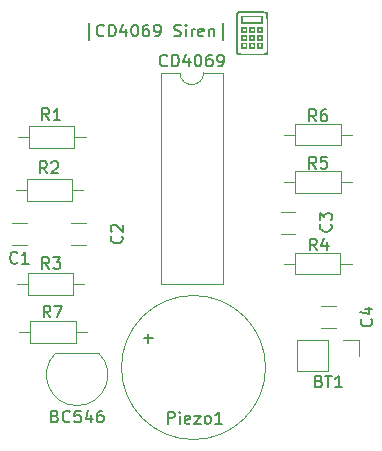
<source format=gbr>
%TF.GenerationSoftware,KiCad,Pcbnew,7.0.7*%
%TF.CreationDate,2023-10-16T17:48:26+02:00*%
%TF.ProjectId,cd4069-siren,63643430-3639-42d7-9369-72656e2e6b69,0*%
%TF.SameCoordinates,Original*%
%TF.FileFunction,Legend,Top*%
%TF.FilePolarity,Positive*%
%FSLAX46Y46*%
G04 Gerber Fmt 4.6, Leading zero omitted, Abs format (unit mm)*
G04 Created by KiCad (PCBNEW 7.0.7) date 2023-10-16 17:48:26*
%MOMM*%
%LPD*%
G01*
G04 APERTURE LIST*
%ADD10C,0.150000*%
%ADD11C,0.120000*%
G04 APERTURE END LIST*
D10*
X98674874Y-50903152D02*
X98674874Y-49474580D01*
X99960588Y-50474580D02*
X99912969Y-50522200D01*
X99912969Y-50522200D02*
X99770112Y-50569819D01*
X99770112Y-50569819D02*
X99674874Y-50569819D01*
X99674874Y-50569819D02*
X99532017Y-50522200D01*
X99532017Y-50522200D02*
X99436779Y-50426961D01*
X99436779Y-50426961D02*
X99389160Y-50331723D01*
X99389160Y-50331723D02*
X99341541Y-50141247D01*
X99341541Y-50141247D02*
X99341541Y-49998390D01*
X99341541Y-49998390D02*
X99389160Y-49807914D01*
X99389160Y-49807914D02*
X99436779Y-49712676D01*
X99436779Y-49712676D02*
X99532017Y-49617438D01*
X99532017Y-49617438D02*
X99674874Y-49569819D01*
X99674874Y-49569819D02*
X99770112Y-49569819D01*
X99770112Y-49569819D02*
X99912969Y-49617438D01*
X99912969Y-49617438D02*
X99960588Y-49665057D01*
X100389160Y-50569819D02*
X100389160Y-49569819D01*
X100389160Y-49569819D02*
X100627255Y-49569819D01*
X100627255Y-49569819D02*
X100770112Y-49617438D01*
X100770112Y-49617438D02*
X100865350Y-49712676D01*
X100865350Y-49712676D02*
X100912969Y-49807914D01*
X100912969Y-49807914D02*
X100960588Y-49998390D01*
X100960588Y-49998390D02*
X100960588Y-50141247D01*
X100960588Y-50141247D02*
X100912969Y-50331723D01*
X100912969Y-50331723D02*
X100865350Y-50426961D01*
X100865350Y-50426961D02*
X100770112Y-50522200D01*
X100770112Y-50522200D02*
X100627255Y-50569819D01*
X100627255Y-50569819D02*
X100389160Y-50569819D01*
X101817731Y-49903152D02*
X101817731Y-50569819D01*
X101579636Y-49522200D02*
X101341541Y-50236485D01*
X101341541Y-50236485D02*
X101960588Y-50236485D01*
X102532017Y-49569819D02*
X102627255Y-49569819D01*
X102627255Y-49569819D02*
X102722493Y-49617438D01*
X102722493Y-49617438D02*
X102770112Y-49665057D01*
X102770112Y-49665057D02*
X102817731Y-49760295D01*
X102817731Y-49760295D02*
X102865350Y-49950771D01*
X102865350Y-49950771D02*
X102865350Y-50188866D01*
X102865350Y-50188866D02*
X102817731Y-50379342D01*
X102817731Y-50379342D02*
X102770112Y-50474580D01*
X102770112Y-50474580D02*
X102722493Y-50522200D01*
X102722493Y-50522200D02*
X102627255Y-50569819D01*
X102627255Y-50569819D02*
X102532017Y-50569819D01*
X102532017Y-50569819D02*
X102436779Y-50522200D01*
X102436779Y-50522200D02*
X102389160Y-50474580D01*
X102389160Y-50474580D02*
X102341541Y-50379342D01*
X102341541Y-50379342D02*
X102293922Y-50188866D01*
X102293922Y-50188866D02*
X102293922Y-49950771D01*
X102293922Y-49950771D02*
X102341541Y-49760295D01*
X102341541Y-49760295D02*
X102389160Y-49665057D01*
X102389160Y-49665057D02*
X102436779Y-49617438D01*
X102436779Y-49617438D02*
X102532017Y-49569819D01*
X103722493Y-49569819D02*
X103532017Y-49569819D01*
X103532017Y-49569819D02*
X103436779Y-49617438D01*
X103436779Y-49617438D02*
X103389160Y-49665057D01*
X103389160Y-49665057D02*
X103293922Y-49807914D01*
X103293922Y-49807914D02*
X103246303Y-49998390D01*
X103246303Y-49998390D02*
X103246303Y-50379342D01*
X103246303Y-50379342D02*
X103293922Y-50474580D01*
X103293922Y-50474580D02*
X103341541Y-50522200D01*
X103341541Y-50522200D02*
X103436779Y-50569819D01*
X103436779Y-50569819D02*
X103627255Y-50569819D01*
X103627255Y-50569819D02*
X103722493Y-50522200D01*
X103722493Y-50522200D02*
X103770112Y-50474580D01*
X103770112Y-50474580D02*
X103817731Y-50379342D01*
X103817731Y-50379342D02*
X103817731Y-50141247D01*
X103817731Y-50141247D02*
X103770112Y-50046009D01*
X103770112Y-50046009D02*
X103722493Y-49998390D01*
X103722493Y-49998390D02*
X103627255Y-49950771D01*
X103627255Y-49950771D02*
X103436779Y-49950771D01*
X103436779Y-49950771D02*
X103341541Y-49998390D01*
X103341541Y-49998390D02*
X103293922Y-50046009D01*
X103293922Y-50046009D02*
X103246303Y-50141247D01*
X104293922Y-50569819D02*
X104484398Y-50569819D01*
X104484398Y-50569819D02*
X104579636Y-50522200D01*
X104579636Y-50522200D02*
X104627255Y-50474580D01*
X104627255Y-50474580D02*
X104722493Y-50331723D01*
X104722493Y-50331723D02*
X104770112Y-50141247D01*
X104770112Y-50141247D02*
X104770112Y-49760295D01*
X104770112Y-49760295D02*
X104722493Y-49665057D01*
X104722493Y-49665057D02*
X104674874Y-49617438D01*
X104674874Y-49617438D02*
X104579636Y-49569819D01*
X104579636Y-49569819D02*
X104389160Y-49569819D01*
X104389160Y-49569819D02*
X104293922Y-49617438D01*
X104293922Y-49617438D02*
X104246303Y-49665057D01*
X104246303Y-49665057D02*
X104198684Y-49760295D01*
X104198684Y-49760295D02*
X104198684Y-49998390D01*
X104198684Y-49998390D02*
X104246303Y-50093628D01*
X104246303Y-50093628D02*
X104293922Y-50141247D01*
X104293922Y-50141247D02*
X104389160Y-50188866D01*
X104389160Y-50188866D02*
X104579636Y-50188866D01*
X104579636Y-50188866D02*
X104674874Y-50141247D01*
X104674874Y-50141247D02*
X104722493Y-50093628D01*
X104722493Y-50093628D02*
X104770112Y-49998390D01*
X105912970Y-50522200D02*
X106055827Y-50569819D01*
X106055827Y-50569819D02*
X106293922Y-50569819D01*
X106293922Y-50569819D02*
X106389160Y-50522200D01*
X106389160Y-50522200D02*
X106436779Y-50474580D01*
X106436779Y-50474580D02*
X106484398Y-50379342D01*
X106484398Y-50379342D02*
X106484398Y-50284104D01*
X106484398Y-50284104D02*
X106436779Y-50188866D01*
X106436779Y-50188866D02*
X106389160Y-50141247D01*
X106389160Y-50141247D02*
X106293922Y-50093628D01*
X106293922Y-50093628D02*
X106103446Y-50046009D01*
X106103446Y-50046009D02*
X106008208Y-49998390D01*
X106008208Y-49998390D02*
X105960589Y-49950771D01*
X105960589Y-49950771D02*
X105912970Y-49855533D01*
X105912970Y-49855533D02*
X105912970Y-49760295D01*
X105912970Y-49760295D02*
X105960589Y-49665057D01*
X105960589Y-49665057D02*
X106008208Y-49617438D01*
X106008208Y-49617438D02*
X106103446Y-49569819D01*
X106103446Y-49569819D02*
X106341541Y-49569819D01*
X106341541Y-49569819D02*
X106484398Y-49617438D01*
X106912970Y-50569819D02*
X106912970Y-49903152D01*
X106912970Y-49569819D02*
X106865351Y-49617438D01*
X106865351Y-49617438D02*
X106912970Y-49665057D01*
X106912970Y-49665057D02*
X106960589Y-49617438D01*
X106960589Y-49617438D02*
X106912970Y-49569819D01*
X106912970Y-49569819D02*
X106912970Y-49665057D01*
X107389160Y-50569819D02*
X107389160Y-49903152D01*
X107389160Y-50093628D02*
X107436779Y-49998390D01*
X107436779Y-49998390D02*
X107484398Y-49950771D01*
X107484398Y-49950771D02*
X107579636Y-49903152D01*
X107579636Y-49903152D02*
X107674874Y-49903152D01*
X108389160Y-50522200D02*
X108293922Y-50569819D01*
X108293922Y-50569819D02*
X108103446Y-50569819D01*
X108103446Y-50569819D02*
X108008208Y-50522200D01*
X108008208Y-50522200D02*
X107960589Y-50426961D01*
X107960589Y-50426961D02*
X107960589Y-50046009D01*
X107960589Y-50046009D02*
X108008208Y-49950771D01*
X108008208Y-49950771D02*
X108103446Y-49903152D01*
X108103446Y-49903152D02*
X108293922Y-49903152D01*
X108293922Y-49903152D02*
X108389160Y-49950771D01*
X108389160Y-49950771D02*
X108436779Y-50046009D01*
X108436779Y-50046009D02*
X108436779Y-50141247D01*
X108436779Y-50141247D02*
X107960589Y-50236485D01*
X108865351Y-49903152D02*
X108865351Y-50569819D01*
X108865351Y-49998390D02*
X108912970Y-49950771D01*
X108912970Y-49950771D02*
X109008208Y-49903152D01*
X109008208Y-49903152D02*
X109151065Y-49903152D01*
X109151065Y-49903152D02*
X109246303Y-49950771D01*
X109246303Y-49950771D02*
X109293922Y-50046009D01*
X109293922Y-50046009D02*
X109293922Y-50569819D01*
X110008208Y-50903152D02*
X110008208Y-49474580D01*
X92633333Y-69709580D02*
X92585714Y-69757200D01*
X92585714Y-69757200D02*
X92442857Y-69804819D01*
X92442857Y-69804819D02*
X92347619Y-69804819D01*
X92347619Y-69804819D02*
X92204762Y-69757200D01*
X92204762Y-69757200D02*
X92109524Y-69661961D01*
X92109524Y-69661961D02*
X92061905Y-69566723D01*
X92061905Y-69566723D02*
X92014286Y-69376247D01*
X92014286Y-69376247D02*
X92014286Y-69233390D01*
X92014286Y-69233390D02*
X92061905Y-69042914D01*
X92061905Y-69042914D02*
X92109524Y-68947676D01*
X92109524Y-68947676D02*
X92204762Y-68852438D01*
X92204762Y-68852438D02*
X92347619Y-68804819D01*
X92347619Y-68804819D02*
X92442857Y-68804819D01*
X92442857Y-68804819D02*
X92585714Y-68852438D01*
X92585714Y-68852438D02*
X92633333Y-68900057D01*
X93585714Y-69804819D02*
X93014286Y-69804819D01*
X93300000Y-69804819D02*
X93300000Y-68804819D01*
X93300000Y-68804819D02*
X93204762Y-68947676D01*
X93204762Y-68947676D02*
X93109524Y-69042914D01*
X93109524Y-69042914D02*
X93014286Y-69090533D01*
X117933333Y-57754819D02*
X117600000Y-57278628D01*
X117361905Y-57754819D02*
X117361905Y-56754819D01*
X117361905Y-56754819D02*
X117742857Y-56754819D01*
X117742857Y-56754819D02*
X117838095Y-56802438D01*
X117838095Y-56802438D02*
X117885714Y-56850057D01*
X117885714Y-56850057D02*
X117933333Y-56945295D01*
X117933333Y-56945295D02*
X117933333Y-57088152D01*
X117933333Y-57088152D02*
X117885714Y-57183390D01*
X117885714Y-57183390D02*
X117838095Y-57231009D01*
X117838095Y-57231009D02*
X117742857Y-57278628D01*
X117742857Y-57278628D02*
X117361905Y-57278628D01*
X118790476Y-56754819D02*
X118600000Y-56754819D01*
X118600000Y-56754819D02*
X118504762Y-56802438D01*
X118504762Y-56802438D02*
X118457143Y-56850057D01*
X118457143Y-56850057D02*
X118361905Y-56992914D01*
X118361905Y-56992914D02*
X118314286Y-57183390D01*
X118314286Y-57183390D02*
X118314286Y-57564342D01*
X118314286Y-57564342D02*
X118361905Y-57659580D01*
X118361905Y-57659580D02*
X118409524Y-57707200D01*
X118409524Y-57707200D02*
X118504762Y-57754819D01*
X118504762Y-57754819D02*
X118695238Y-57754819D01*
X118695238Y-57754819D02*
X118790476Y-57707200D01*
X118790476Y-57707200D02*
X118838095Y-57659580D01*
X118838095Y-57659580D02*
X118885714Y-57564342D01*
X118885714Y-57564342D02*
X118885714Y-57326247D01*
X118885714Y-57326247D02*
X118838095Y-57231009D01*
X118838095Y-57231009D02*
X118790476Y-57183390D01*
X118790476Y-57183390D02*
X118695238Y-57135771D01*
X118695238Y-57135771D02*
X118504762Y-57135771D01*
X118504762Y-57135771D02*
X118409524Y-57183390D01*
X118409524Y-57183390D02*
X118361905Y-57231009D01*
X118361905Y-57231009D02*
X118314286Y-57326247D01*
X118164285Y-79756009D02*
X118307142Y-79803628D01*
X118307142Y-79803628D02*
X118354761Y-79851247D01*
X118354761Y-79851247D02*
X118402380Y-79946485D01*
X118402380Y-79946485D02*
X118402380Y-80089342D01*
X118402380Y-80089342D02*
X118354761Y-80184580D01*
X118354761Y-80184580D02*
X118307142Y-80232200D01*
X118307142Y-80232200D02*
X118211904Y-80279819D01*
X118211904Y-80279819D02*
X117830952Y-80279819D01*
X117830952Y-80279819D02*
X117830952Y-79279819D01*
X117830952Y-79279819D02*
X118164285Y-79279819D01*
X118164285Y-79279819D02*
X118259523Y-79327438D01*
X118259523Y-79327438D02*
X118307142Y-79375057D01*
X118307142Y-79375057D02*
X118354761Y-79470295D01*
X118354761Y-79470295D02*
X118354761Y-79565533D01*
X118354761Y-79565533D02*
X118307142Y-79660771D01*
X118307142Y-79660771D02*
X118259523Y-79708390D01*
X118259523Y-79708390D02*
X118164285Y-79756009D01*
X118164285Y-79756009D02*
X117830952Y-79756009D01*
X118688095Y-79279819D02*
X119259523Y-79279819D01*
X118973809Y-80279819D02*
X118973809Y-79279819D01*
X120116666Y-80279819D02*
X119545238Y-80279819D01*
X119830952Y-80279819D02*
X119830952Y-79279819D01*
X119830952Y-79279819D02*
X119735714Y-79422676D01*
X119735714Y-79422676D02*
X119640476Y-79517914D01*
X119640476Y-79517914D02*
X119545238Y-79565533D01*
X95333333Y-70254819D02*
X95000000Y-69778628D01*
X94761905Y-70254819D02*
X94761905Y-69254819D01*
X94761905Y-69254819D02*
X95142857Y-69254819D01*
X95142857Y-69254819D02*
X95238095Y-69302438D01*
X95238095Y-69302438D02*
X95285714Y-69350057D01*
X95285714Y-69350057D02*
X95333333Y-69445295D01*
X95333333Y-69445295D02*
X95333333Y-69588152D01*
X95333333Y-69588152D02*
X95285714Y-69683390D01*
X95285714Y-69683390D02*
X95238095Y-69731009D01*
X95238095Y-69731009D02*
X95142857Y-69778628D01*
X95142857Y-69778628D02*
X94761905Y-69778628D01*
X95666667Y-69254819D02*
X96285714Y-69254819D01*
X96285714Y-69254819D02*
X95952381Y-69635771D01*
X95952381Y-69635771D02*
X96095238Y-69635771D01*
X96095238Y-69635771D02*
X96190476Y-69683390D01*
X96190476Y-69683390D02*
X96238095Y-69731009D01*
X96238095Y-69731009D02*
X96285714Y-69826247D01*
X96285714Y-69826247D02*
X96285714Y-70064342D01*
X96285714Y-70064342D02*
X96238095Y-70159580D01*
X96238095Y-70159580D02*
X96190476Y-70207200D01*
X96190476Y-70207200D02*
X96095238Y-70254819D01*
X96095238Y-70254819D02*
X95809524Y-70254819D01*
X95809524Y-70254819D02*
X95714286Y-70207200D01*
X95714286Y-70207200D02*
X95666667Y-70159580D01*
X119159580Y-66466666D02*
X119207200Y-66514285D01*
X119207200Y-66514285D02*
X119254819Y-66657142D01*
X119254819Y-66657142D02*
X119254819Y-66752380D01*
X119254819Y-66752380D02*
X119207200Y-66895237D01*
X119207200Y-66895237D02*
X119111961Y-66990475D01*
X119111961Y-66990475D02*
X119016723Y-67038094D01*
X119016723Y-67038094D02*
X118826247Y-67085713D01*
X118826247Y-67085713D02*
X118683390Y-67085713D01*
X118683390Y-67085713D02*
X118492914Y-67038094D01*
X118492914Y-67038094D02*
X118397676Y-66990475D01*
X118397676Y-66990475D02*
X118302438Y-66895237D01*
X118302438Y-66895237D02*
X118254819Y-66752380D01*
X118254819Y-66752380D02*
X118254819Y-66657142D01*
X118254819Y-66657142D02*
X118302438Y-66514285D01*
X118302438Y-66514285D02*
X118350057Y-66466666D01*
X118254819Y-66133332D02*
X118254819Y-65514285D01*
X118254819Y-65514285D02*
X118635771Y-65847618D01*
X118635771Y-65847618D02*
X118635771Y-65704761D01*
X118635771Y-65704761D02*
X118683390Y-65609523D01*
X118683390Y-65609523D02*
X118731009Y-65561904D01*
X118731009Y-65561904D02*
X118826247Y-65514285D01*
X118826247Y-65514285D02*
X119064342Y-65514285D01*
X119064342Y-65514285D02*
X119159580Y-65561904D01*
X119159580Y-65561904D02*
X119207200Y-65609523D01*
X119207200Y-65609523D02*
X119254819Y-65704761D01*
X119254819Y-65704761D02*
X119254819Y-65990475D01*
X119254819Y-65990475D02*
X119207200Y-66085713D01*
X119207200Y-66085713D02*
X119159580Y-66133332D01*
X118003333Y-68679819D02*
X117670000Y-68203628D01*
X117431905Y-68679819D02*
X117431905Y-67679819D01*
X117431905Y-67679819D02*
X117812857Y-67679819D01*
X117812857Y-67679819D02*
X117908095Y-67727438D01*
X117908095Y-67727438D02*
X117955714Y-67775057D01*
X117955714Y-67775057D02*
X118003333Y-67870295D01*
X118003333Y-67870295D02*
X118003333Y-68013152D01*
X118003333Y-68013152D02*
X117955714Y-68108390D01*
X117955714Y-68108390D02*
X117908095Y-68156009D01*
X117908095Y-68156009D02*
X117812857Y-68203628D01*
X117812857Y-68203628D02*
X117431905Y-68203628D01*
X118860476Y-68013152D02*
X118860476Y-68679819D01*
X118622381Y-67632200D02*
X118384286Y-68346485D01*
X118384286Y-68346485D02*
X119003333Y-68346485D01*
X122609580Y-74491666D02*
X122657200Y-74539285D01*
X122657200Y-74539285D02*
X122704819Y-74682142D01*
X122704819Y-74682142D02*
X122704819Y-74777380D01*
X122704819Y-74777380D02*
X122657200Y-74920237D01*
X122657200Y-74920237D02*
X122561961Y-75015475D01*
X122561961Y-75015475D02*
X122466723Y-75063094D01*
X122466723Y-75063094D02*
X122276247Y-75110713D01*
X122276247Y-75110713D02*
X122133390Y-75110713D01*
X122133390Y-75110713D02*
X121942914Y-75063094D01*
X121942914Y-75063094D02*
X121847676Y-75015475D01*
X121847676Y-75015475D02*
X121752438Y-74920237D01*
X121752438Y-74920237D02*
X121704819Y-74777380D01*
X121704819Y-74777380D02*
X121704819Y-74682142D01*
X121704819Y-74682142D02*
X121752438Y-74539285D01*
X121752438Y-74539285D02*
X121800057Y-74491666D01*
X122038152Y-73634523D02*
X122704819Y-73634523D01*
X121657200Y-73872618D02*
X122371485Y-74110713D01*
X122371485Y-74110713D02*
X122371485Y-73491666D01*
X95133333Y-62154819D02*
X94800000Y-61678628D01*
X94561905Y-62154819D02*
X94561905Y-61154819D01*
X94561905Y-61154819D02*
X94942857Y-61154819D01*
X94942857Y-61154819D02*
X95038095Y-61202438D01*
X95038095Y-61202438D02*
X95085714Y-61250057D01*
X95085714Y-61250057D02*
X95133333Y-61345295D01*
X95133333Y-61345295D02*
X95133333Y-61488152D01*
X95133333Y-61488152D02*
X95085714Y-61583390D01*
X95085714Y-61583390D02*
X95038095Y-61631009D01*
X95038095Y-61631009D02*
X94942857Y-61678628D01*
X94942857Y-61678628D02*
X94561905Y-61678628D01*
X95514286Y-61250057D02*
X95561905Y-61202438D01*
X95561905Y-61202438D02*
X95657143Y-61154819D01*
X95657143Y-61154819D02*
X95895238Y-61154819D01*
X95895238Y-61154819D02*
X95990476Y-61202438D01*
X95990476Y-61202438D02*
X96038095Y-61250057D01*
X96038095Y-61250057D02*
X96085714Y-61345295D01*
X96085714Y-61345295D02*
X96085714Y-61440533D01*
X96085714Y-61440533D02*
X96038095Y-61583390D01*
X96038095Y-61583390D02*
X95466667Y-62154819D01*
X95466667Y-62154819D02*
X96085714Y-62154819D01*
X117933333Y-61754819D02*
X117600000Y-61278628D01*
X117361905Y-61754819D02*
X117361905Y-60754819D01*
X117361905Y-60754819D02*
X117742857Y-60754819D01*
X117742857Y-60754819D02*
X117838095Y-60802438D01*
X117838095Y-60802438D02*
X117885714Y-60850057D01*
X117885714Y-60850057D02*
X117933333Y-60945295D01*
X117933333Y-60945295D02*
X117933333Y-61088152D01*
X117933333Y-61088152D02*
X117885714Y-61183390D01*
X117885714Y-61183390D02*
X117838095Y-61231009D01*
X117838095Y-61231009D02*
X117742857Y-61278628D01*
X117742857Y-61278628D02*
X117361905Y-61278628D01*
X118838095Y-60754819D02*
X118361905Y-60754819D01*
X118361905Y-60754819D02*
X118314286Y-61231009D01*
X118314286Y-61231009D02*
X118361905Y-61183390D01*
X118361905Y-61183390D02*
X118457143Y-61135771D01*
X118457143Y-61135771D02*
X118695238Y-61135771D01*
X118695238Y-61135771D02*
X118790476Y-61183390D01*
X118790476Y-61183390D02*
X118838095Y-61231009D01*
X118838095Y-61231009D02*
X118885714Y-61326247D01*
X118885714Y-61326247D02*
X118885714Y-61564342D01*
X118885714Y-61564342D02*
X118838095Y-61659580D01*
X118838095Y-61659580D02*
X118790476Y-61707200D01*
X118790476Y-61707200D02*
X118695238Y-61754819D01*
X118695238Y-61754819D02*
X118457143Y-61754819D01*
X118457143Y-61754819D02*
X118361905Y-61707200D01*
X118361905Y-61707200D02*
X118314286Y-61659580D01*
X105314761Y-53004580D02*
X105267142Y-53052200D01*
X105267142Y-53052200D02*
X105124285Y-53099819D01*
X105124285Y-53099819D02*
X105029047Y-53099819D01*
X105029047Y-53099819D02*
X104886190Y-53052200D01*
X104886190Y-53052200D02*
X104790952Y-52956961D01*
X104790952Y-52956961D02*
X104743333Y-52861723D01*
X104743333Y-52861723D02*
X104695714Y-52671247D01*
X104695714Y-52671247D02*
X104695714Y-52528390D01*
X104695714Y-52528390D02*
X104743333Y-52337914D01*
X104743333Y-52337914D02*
X104790952Y-52242676D01*
X104790952Y-52242676D02*
X104886190Y-52147438D01*
X104886190Y-52147438D02*
X105029047Y-52099819D01*
X105029047Y-52099819D02*
X105124285Y-52099819D01*
X105124285Y-52099819D02*
X105267142Y-52147438D01*
X105267142Y-52147438D02*
X105314761Y-52195057D01*
X105743333Y-53099819D02*
X105743333Y-52099819D01*
X105743333Y-52099819D02*
X105981428Y-52099819D01*
X105981428Y-52099819D02*
X106124285Y-52147438D01*
X106124285Y-52147438D02*
X106219523Y-52242676D01*
X106219523Y-52242676D02*
X106267142Y-52337914D01*
X106267142Y-52337914D02*
X106314761Y-52528390D01*
X106314761Y-52528390D02*
X106314761Y-52671247D01*
X106314761Y-52671247D02*
X106267142Y-52861723D01*
X106267142Y-52861723D02*
X106219523Y-52956961D01*
X106219523Y-52956961D02*
X106124285Y-53052200D01*
X106124285Y-53052200D02*
X105981428Y-53099819D01*
X105981428Y-53099819D02*
X105743333Y-53099819D01*
X107171904Y-52433152D02*
X107171904Y-53099819D01*
X106933809Y-52052200D02*
X106695714Y-52766485D01*
X106695714Y-52766485D02*
X107314761Y-52766485D01*
X107886190Y-52099819D02*
X107981428Y-52099819D01*
X107981428Y-52099819D02*
X108076666Y-52147438D01*
X108076666Y-52147438D02*
X108124285Y-52195057D01*
X108124285Y-52195057D02*
X108171904Y-52290295D01*
X108171904Y-52290295D02*
X108219523Y-52480771D01*
X108219523Y-52480771D02*
X108219523Y-52718866D01*
X108219523Y-52718866D02*
X108171904Y-52909342D01*
X108171904Y-52909342D02*
X108124285Y-53004580D01*
X108124285Y-53004580D02*
X108076666Y-53052200D01*
X108076666Y-53052200D02*
X107981428Y-53099819D01*
X107981428Y-53099819D02*
X107886190Y-53099819D01*
X107886190Y-53099819D02*
X107790952Y-53052200D01*
X107790952Y-53052200D02*
X107743333Y-53004580D01*
X107743333Y-53004580D02*
X107695714Y-52909342D01*
X107695714Y-52909342D02*
X107648095Y-52718866D01*
X107648095Y-52718866D02*
X107648095Y-52480771D01*
X107648095Y-52480771D02*
X107695714Y-52290295D01*
X107695714Y-52290295D02*
X107743333Y-52195057D01*
X107743333Y-52195057D02*
X107790952Y-52147438D01*
X107790952Y-52147438D02*
X107886190Y-52099819D01*
X109076666Y-52099819D02*
X108886190Y-52099819D01*
X108886190Y-52099819D02*
X108790952Y-52147438D01*
X108790952Y-52147438D02*
X108743333Y-52195057D01*
X108743333Y-52195057D02*
X108648095Y-52337914D01*
X108648095Y-52337914D02*
X108600476Y-52528390D01*
X108600476Y-52528390D02*
X108600476Y-52909342D01*
X108600476Y-52909342D02*
X108648095Y-53004580D01*
X108648095Y-53004580D02*
X108695714Y-53052200D01*
X108695714Y-53052200D02*
X108790952Y-53099819D01*
X108790952Y-53099819D02*
X108981428Y-53099819D01*
X108981428Y-53099819D02*
X109076666Y-53052200D01*
X109076666Y-53052200D02*
X109124285Y-53004580D01*
X109124285Y-53004580D02*
X109171904Y-52909342D01*
X109171904Y-52909342D02*
X109171904Y-52671247D01*
X109171904Y-52671247D02*
X109124285Y-52576009D01*
X109124285Y-52576009D02*
X109076666Y-52528390D01*
X109076666Y-52528390D02*
X108981428Y-52480771D01*
X108981428Y-52480771D02*
X108790952Y-52480771D01*
X108790952Y-52480771D02*
X108695714Y-52528390D01*
X108695714Y-52528390D02*
X108648095Y-52576009D01*
X108648095Y-52576009D02*
X108600476Y-52671247D01*
X109648095Y-53099819D02*
X109838571Y-53099819D01*
X109838571Y-53099819D02*
X109933809Y-53052200D01*
X109933809Y-53052200D02*
X109981428Y-53004580D01*
X109981428Y-53004580D02*
X110076666Y-52861723D01*
X110076666Y-52861723D02*
X110124285Y-52671247D01*
X110124285Y-52671247D02*
X110124285Y-52290295D01*
X110124285Y-52290295D02*
X110076666Y-52195057D01*
X110076666Y-52195057D02*
X110029047Y-52147438D01*
X110029047Y-52147438D02*
X109933809Y-52099819D01*
X109933809Y-52099819D02*
X109743333Y-52099819D01*
X109743333Y-52099819D02*
X109648095Y-52147438D01*
X109648095Y-52147438D02*
X109600476Y-52195057D01*
X109600476Y-52195057D02*
X109552857Y-52290295D01*
X109552857Y-52290295D02*
X109552857Y-52528390D01*
X109552857Y-52528390D02*
X109600476Y-52623628D01*
X109600476Y-52623628D02*
X109648095Y-52671247D01*
X109648095Y-52671247D02*
X109743333Y-52718866D01*
X109743333Y-52718866D02*
X109933809Y-52718866D01*
X109933809Y-52718866D02*
X110029047Y-52671247D01*
X110029047Y-52671247D02*
X110076666Y-52623628D01*
X110076666Y-52623628D02*
X110124285Y-52528390D01*
X95433333Y-74354819D02*
X95100000Y-73878628D01*
X94861905Y-74354819D02*
X94861905Y-73354819D01*
X94861905Y-73354819D02*
X95242857Y-73354819D01*
X95242857Y-73354819D02*
X95338095Y-73402438D01*
X95338095Y-73402438D02*
X95385714Y-73450057D01*
X95385714Y-73450057D02*
X95433333Y-73545295D01*
X95433333Y-73545295D02*
X95433333Y-73688152D01*
X95433333Y-73688152D02*
X95385714Y-73783390D01*
X95385714Y-73783390D02*
X95338095Y-73831009D01*
X95338095Y-73831009D02*
X95242857Y-73878628D01*
X95242857Y-73878628D02*
X94861905Y-73878628D01*
X95766667Y-73354819D02*
X96433333Y-73354819D01*
X96433333Y-73354819D02*
X96004762Y-74354819D01*
X101459580Y-67466666D02*
X101507200Y-67514285D01*
X101507200Y-67514285D02*
X101554819Y-67657142D01*
X101554819Y-67657142D02*
X101554819Y-67752380D01*
X101554819Y-67752380D02*
X101507200Y-67895237D01*
X101507200Y-67895237D02*
X101411961Y-67990475D01*
X101411961Y-67990475D02*
X101316723Y-68038094D01*
X101316723Y-68038094D02*
X101126247Y-68085713D01*
X101126247Y-68085713D02*
X100983390Y-68085713D01*
X100983390Y-68085713D02*
X100792914Y-68038094D01*
X100792914Y-68038094D02*
X100697676Y-67990475D01*
X100697676Y-67990475D02*
X100602438Y-67895237D01*
X100602438Y-67895237D02*
X100554819Y-67752380D01*
X100554819Y-67752380D02*
X100554819Y-67657142D01*
X100554819Y-67657142D02*
X100602438Y-67514285D01*
X100602438Y-67514285D02*
X100650057Y-67466666D01*
X100650057Y-67085713D02*
X100602438Y-67038094D01*
X100602438Y-67038094D02*
X100554819Y-66942856D01*
X100554819Y-66942856D02*
X100554819Y-66704761D01*
X100554819Y-66704761D02*
X100602438Y-66609523D01*
X100602438Y-66609523D02*
X100650057Y-66561904D01*
X100650057Y-66561904D02*
X100745295Y-66514285D01*
X100745295Y-66514285D02*
X100840533Y-66514285D01*
X100840533Y-66514285D02*
X100983390Y-66561904D01*
X100983390Y-66561904D02*
X101554819Y-67133332D01*
X101554819Y-67133332D02*
X101554819Y-66514285D01*
X95333333Y-57654819D02*
X95000000Y-57178628D01*
X94761905Y-57654819D02*
X94761905Y-56654819D01*
X94761905Y-56654819D02*
X95142857Y-56654819D01*
X95142857Y-56654819D02*
X95238095Y-56702438D01*
X95238095Y-56702438D02*
X95285714Y-56750057D01*
X95285714Y-56750057D02*
X95333333Y-56845295D01*
X95333333Y-56845295D02*
X95333333Y-56988152D01*
X95333333Y-56988152D02*
X95285714Y-57083390D01*
X95285714Y-57083390D02*
X95238095Y-57131009D01*
X95238095Y-57131009D02*
X95142857Y-57178628D01*
X95142857Y-57178628D02*
X94761905Y-57178628D01*
X96285714Y-57654819D02*
X95714286Y-57654819D01*
X96000000Y-57654819D02*
X96000000Y-56654819D01*
X96000000Y-56654819D02*
X95904762Y-56797676D01*
X95904762Y-56797676D02*
X95809524Y-56892914D01*
X95809524Y-56892914D02*
X95714286Y-56940533D01*
X95842857Y-82731009D02*
X95985714Y-82778628D01*
X95985714Y-82778628D02*
X96033333Y-82826247D01*
X96033333Y-82826247D02*
X96080952Y-82921485D01*
X96080952Y-82921485D02*
X96080952Y-83064342D01*
X96080952Y-83064342D02*
X96033333Y-83159580D01*
X96033333Y-83159580D02*
X95985714Y-83207200D01*
X95985714Y-83207200D02*
X95890476Y-83254819D01*
X95890476Y-83254819D02*
X95509524Y-83254819D01*
X95509524Y-83254819D02*
X95509524Y-82254819D01*
X95509524Y-82254819D02*
X95842857Y-82254819D01*
X95842857Y-82254819D02*
X95938095Y-82302438D01*
X95938095Y-82302438D02*
X95985714Y-82350057D01*
X95985714Y-82350057D02*
X96033333Y-82445295D01*
X96033333Y-82445295D02*
X96033333Y-82540533D01*
X96033333Y-82540533D02*
X95985714Y-82635771D01*
X95985714Y-82635771D02*
X95938095Y-82683390D01*
X95938095Y-82683390D02*
X95842857Y-82731009D01*
X95842857Y-82731009D02*
X95509524Y-82731009D01*
X97080952Y-83159580D02*
X97033333Y-83207200D01*
X97033333Y-83207200D02*
X96890476Y-83254819D01*
X96890476Y-83254819D02*
X96795238Y-83254819D01*
X96795238Y-83254819D02*
X96652381Y-83207200D01*
X96652381Y-83207200D02*
X96557143Y-83111961D01*
X96557143Y-83111961D02*
X96509524Y-83016723D01*
X96509524Y-83016723D02*
X96461905Y-82826247D01*
X96461905Y-82826247D02*
X96461905Y-82683390D01*
X96461905Y-82683390D02*
X96509524Y-82492914D01*
X96509524Y-82492914D02*
X96557143Y-82397676D01*
X96557143Y-82397676D02*
X96652381Y-82302438D01*
X96652381Y-82302438D02*
X96795238Y-82254819D01*
X96795238Y-82254819D02*
X96890476Y-82254819D01*
X96890476Y-82254819D02*
X97033333Y-82302438D01*
X97033333Y-82302438D02*
X97080952Y-82350057D01*
X97985714Y-82254819D02*
X97509524Y-82254819D01*
X97509524Y-82254819D02*
X97461905Y-82731009D01*
X97461905Y-82731009D02*
X97509524Y-82683390D01*
X97509524Y-82683390D02*
X97604762Y-82635771D01*
X97604762Y-82635771D02*
X97842857Y-82635771D01*
X97842857Y-82635771D02*
X97938095Y-82683390D01*
X97938095Y-82683390D02*
X97985714Y-82731009D01*
X97985714Y-82731009D02*
X98033333Y-82826247D01*
X98033333Y-82826247D02*
X98033333Y-83064342D01*
X98033333Y-83064342D02*
X97985714Y-83159580D01*
X97985714Y-83159580D02*
X97938095Y-83207200D01*
X97938095Y-83207200D02*
X97842857Y-83254819D01*
X97842857Y-83254819D02*
X97604762Y-83254819D01*
X97604762Y-83254819D02*
X97509524Y-83207200D01*
X97509524Y-83207200D02*
X97461905Y-83159580D01*
X98890476Y-82588152D02*
X98890476Y-83254819D01*
X98652381Y-82207200D02*
X98414286Y-82921485D01*
X98414286Y-82921485D02*
X99033333Y-82921485D01*
X99842857Y-82254819D02*
X99652381Y-82254819D01*
X99652381Y-82254819D02*
X99557143Y-82302438D01*
X99557143Y-82302438D02*
X99509524Y-82350057D01*
X99509524Y-82350057D02*
X99414286Y-82492914D01*
X99414286Y-82492914D02*
X99366667Y-82683390D01*
X99366667Y-82683390D02*
X99366667Y-83064342D01*
X99366667Y-83064342D02*
X99414286Y-83159580D01*
X99414286Y-83159580D02*
X99461905Y-83207200D01*
X99461905Y-83207200D02*
X99557143Y-83254819D01*
X99557143Y-83254819D02*
X99747619Y-83254819D01*
X99747619Y-83254819D02*
X99842857Y-83207200D01*
X99842857Y-83207200D02*
X99890476Y-83159580D01*
X99890476Y-83159580D02*
X99938095Y-83064342D01*
X99938095Y-83064342D02*
X99938095Y-82826247D01*
X99938095Y-82826247D02*
X99890476Y-82731009D01*
X99890476Y-82731009D02*
X99842857Y-82683390D01*
X99842857Y-82683390D02*
X99747619Y-82635771D01*
X99747619Y-82635771D02*
X99557143Y-82635771D01*
X99557143Y-82635771D02*
X99461905Y-82683390D01*
X99461905Y-82683390D02*
X99414286Y-82731009D01*
X99414286Y-82731009D02*
X99366667Y-82826247D01*
X105388095Y-83354819D02*
X105388095Y-82354819D01*
X105388095Y-82354819D02*
X105769047Y-82354819D01*
X105769047Y-82354819D02*
X105864285Y-82402438D01*
X105864285Y-82402438D02*
X105911904Y-82450057D01*
X105911904Y-82450057D02*
X105959523Y-82545295D01*
X105959523Y-82545295D02*
X105959523Y-82688152D01*
X105959523Y-82688152D02*
X105911904Y-82783390D01*
X105911904Y-82783390D02*
X105864285Y-82831009D01*
X105864285Y-82831009D02*
X105769047Y-82878628D01*
X105769047Y-82878628D02*
X105388095Y-82878628D01*
X106388095Y-83354819D02*
X106388095Y-82688152D01*
X106388095Y-82354819D02*
X106340476Y-82402438D01*
X106340476Y-82402438D02*
X106388095Y-82450057D01*
X106388095Y-82450057D02*
X106435714Y-82402438D01*
X106435714Y-82402438D02*
X106388095Y-82354819D01*
X106388095Y-82354819D02*
X106388095Y-82450057D01*
X107245237Y-83307200D02*
X107149999Y-83354819D01*
X107149999Y-83354819D02*
X106959523Y-83354819D01*
X106959523Y-83354819D02*
X106864285Y-83307200D01*
X106864285Y-83307200D02*
X106816666Y-83211961D01*
X106816666Y-83211961D02*
X106816666Y-82831009D01*
X106816666Y-82831009D02*
X106864285Y-82735771D01*
X106864285Y-82735771D02*
X106959523Y-82688152D01*
X106959523Y-82688152D02*
X107149999Y-82688152D01*
X107149999Y-82688152D02*
X107245237Y-82735771D01*
X107245237Y-82735771D02*
X107292856Y-82831009D01*
X107292856Y-82831009D02*
X107292856Y-82926247D01*
X107292856Y-82926247D02*
X106816666Y-83021485D01*
X107626190Y-82688152D02*
X108149999Y-82688152D01*
X108149999Y-82688152D02*
X107626190Y-83354819D01*
X107626190Y-83354819D02*
X108149999Y-83354819D01*
X108673809Y-83354819D02*
X108578571Y-83307200D01*
X108578571Y-83307200D02*
X108530952Y-83259580D01*
X108530952Y-83259580D02*
X108483333Y-83164342D01*
X108483333Y-83164342D02*
X108483333Y-82878628D01*
X108483333Y-82878628D02*
X108530952Y-82783390D01*
X108530952Y-82783390D02*
X108578571Y-82735771D01*
X108578571Y-82735771D02*
X108673809Y-82688152D01*
X108673809Y-82688152D02*
X108816666Y-82688152D01*
X108816666Y-82688152D02*
X108911904Y-82735771D01*
X108911904Y-82735771D02*
X108959523Y-82783390D01*
X108959523Y-82783390D02*
X109007142Y-82878628D01*
X109007142Y-82878628D02*
X109007142Y-83164342D01*
X109007142Y-83164342D02*
X108959523Y-83259580D01*
X108959523Y-83259580D02*
X108911904Y-83307200D01*
X108911904Y-83307200D02*
X108816666Y-83354819D01*
X108816666Y-83354819D02*
X108673809Y-83354819D01*
X109959523Y-83354819D02*
X109388095Y-83354819D01*
X109673809Y-83354819D02*
X109673809Y-82354819D01*
X109673809Y-82354819D02*
X109578571Y-82497676D01*
X109578571Y-82497676D02*
X109483333Y-82592914D01*
X109483333Y-82592914D02*
X109388095Y-82640533D01*
X103359048Y-76133866D02*
X104120953Y-76133866D01*
X103740000Y-76514819D02*
X103740000Y-75752914D01*
D11*
%TO.C,C1*%
X93429000Y-68220000D02*
X92171000Y-68220000D01*
X93429000Y-66380000D02*
X92171000Y-66380000D01*
%TO.C,R6*%
X115230000Y-58875000D02*
X116180000Y-58875000D01*
X116180000Y-57955000D02*
X116180000Y-59795000D01*
X116180000Y-59795000D02*
X120020000Y-59795000D01*
X120020000Y-57955000D02*
X116180000Y-57955000D01*
X120020000Y-59795000D02*
X120020000Y-57955000D01*
X120970000Y-58875000D02*
X120020000Y-58875000D01*
%TO.C,BT1*%
X121530000Y-76270000D02*
X121530000Y-77600000D01*
X120200000Y-76270000D02*
X121530000Y-76270000D01*
X118930000Y-76270000D02*
X116330000Y-76270000D01*
X118930000Y-76270000D02*
X118930000Y-78930000D01*
X116330000Y-76270000D02*
X116330000Y-78930000D01*
X118930000Y-78930000D02*
X116330000Y-78930000D01*
%TO.C,R3*%
X98310000Y-71500000D02*
X97360000Y-71500000D01*
X97360000Y-72420000D02*
X97360000Y-70580000D01*
X97360000Y-70580000D02*
X93520000Y-70580000D01*
X93520000Y-72420000D02*
X97360000Y-72420000D01*
X93520000Y-70580000D02*
X93520000Y-72420000D01*
X92570000Y-71500000D02*
X93520000Y-71500000D01*
%TO.C,C3*%
X114921000Y-65455000D02*
X116179000Y-65455000D01*
X114921000Y-67295000D02*
X116179000Y-67295000D01*
%TO.C,R4*%
X115190000Y-69800000D02*
X116140000Y-69800000D01*
X116140000Y-68880000D02*
X116140000Y-70720000D01*
X116140000Y-70720000D02*
X119980000Y-70720000D01*
X119980000Y-68880000D02*
X116140000Y-68880000D01*
X119980000Y-70720000D02*
X119980000Y-68880000D01*
X120930000Y-69800000D02*
X119980000Y-69800000D01*
%TO.C,C4*%
X119629000Y-75220000D02*
X118371000Y-75220000D01*
X119629000Y-73380000D02*
X118371000Y-73380000D01*
%TO.C,R2*%
X98230000Y-63600000D02*
X97280000Y-63600000D01*
X97280000Y-64520000D02*
X97280000Y-62680000D01*
X97280000Y-62680000D02*
X93440000Y-62680000D01*
X93440000Y-64520000D02*
X97280000Y-64520000D01*
X93440000Y-62680000D02*
X93440000Y-64520000D01*
X92490000Y-63600000D02*
X93440000Y-63600000D01*
%TO.C,R5*%
X115220000Y-62875000D02*
X116170000Y-62875000D01*
X116170000Y-61955000D02*
X116170000Y-63795000D01*
X116170000Y-63795000D02*
X120010000Y-63795000D01*
X120010000Y-61955000D02*
X116170000Y-61955000D01*
X120010000Y-63795000D02*
X120010000Y-61955000D01*
X120960000Y-62875000D02*
X120010000Y-62875000D01*
%TO.C,CD4069*%
X104760000Y-53645000D02*
X104760000Y-71545000D01*
X104760000Y-71545000D02*
X110060000Y-71545000D01*
X106410000Y-53645000D02*
X104760000Y-53645000D01*
X110060000Y-53645000D02*
X108410000Y-53645000D01*
X110060000Y-71545000D02*
X110060000Y-53645000D01*
X106410000Y-53645000D02*
G75*
G03*
X108410000Y-53645000I1000000J0D01*
G01*
%TO.C,R7*%
X92770000Y-75600000D02*
X93720000Y-75600000D01*
X93720000Y-74680000D02*
X93720000Y-76520000D01*
X93720000Y-76520000D02*
X97560000Y-76520000D01*
X97560000Y-74680000D02*
X93720000Y-74680000D01*
X97560000Y-76520000D02*
X97560000Y-74680000D01*
X98510000Y-75600000D02*
X97560000Y-75600000D01*
%TO.C,C2*%
X97171000Y-66380000D02*
X98429000Y-66380000D01*
X97171000Y-68220000D02*
X98429000Y-68220000D01*
%TO.C,R1*%
X98410000Y-59100000D02*
X97460000Y-59100000D01*
X97460000Y-60020000D02*
X97460000Y-58180000D01*
X97460000Y-58180000D02*
X93620000Y-58180000D01*
X93620000Y-60020000D02*
X97460000Y-60020000D01*
X93620000Y-58180000D02*
X93620000Y-60020000D01*
X92670000Y-59100000D02*
X93620000Y-59100000D01*
%TO.C,G\u002A\u002A\u002A*%
G36*
X112115495Y-51351737D02*
G01*
X112115495Y-51611844D01*
X111855388Y-51611844D01*
X111595281Y-51611844D01*
X111595281Y-51453518D01*
X111728510Y-51453518D01*
X111842839Y-51453518D01*
X111957169Y-51453518D01*
X111957169Y-51339189D01*
X111957169Y-51224859D01*
X111849733Y-51231753D01*
X111742298Y-51238647D01*
X111735404Y-51346082D01*
X111728510Y-51453518D01*
X111595281Y-51453518D01*
X111595281Y-51351737D01*
X111595281Y-51091630D01*
X111855388Y-51091630D01*
X112115495Y-51091630D01*
X112115495Y-51351737D01*
G37*
G36*
X112771416Y-50017276D02*
G01*
X112771416Y-50277382D01*
X112511309Y-50277382D01*
X112251203Y-50277382D01*
X112251203Y-50017276D01*
X112251203Y-49915495D01*
X112409528Y-49915495D01*
X112409528Y-50029824D01*
X112409528Y-50144153D01*
X112516964Y-50137259D01*
X112624399Y-50130365D01*
X112631293Y-50022930D01*
X112638187Y-49915495D01*
X112523858Y-49915495D01*
X112409528Y-49915495D01*
X112251203Y-49915495D01*
X112251203Y-49757169D01*
X112511309Y-49757169D01*
X112771416Y-49757169D01*
X112771416Y-50017276D01*
G37*
G36*
X112771416Y-50684506D02*
G01*
X112771416Y-50955922D01*
X112511309Y-50955922D01*
X112251203Y-50955922D01*
X112251203Y-50684506D01*
X112251203Y-50568938D01*
X112409528Y-50568938D01*
X112409528Y-50684506D01*
X112409528Y-50800075D01*
X112516964Y-50793181D01*
X112624399Y-50786287D01*
X112624399Y-50684506D01*
X112624399Y-50582725D01*
X112516964Y-50575831D01*
X112409528Y-50568938D01*
X112251203Y-50568938D01*
X112251203Y-50413090D01*
X112511309Y-50413090D01*
X112771416Y-50413090D01*
X112771416Y-50684506D01*
G37*
G36*
X112771416Y-51351737D02*
G01*
X112771416Y-51611844D01*
X112511309Y-51611844D01*
X112251203Y-51611844D01*
X112251203Y-51351737D01*
X112251203Y-51224859D01*
X112409528Y-51224859D01*
X112409528Y-51339189D01*
X112409528Y-51453518D01*
X112523858Y-51453518D01*
X112638187Y-51453518D01*
X112631293Y-51346082D01*
X112624399Y-51238647D01*
X112516964Y-51231753D01*
X112409528Y-51224859D01*
X112251203Y-51224859D01*
X112251203Y-51091630D01*
X112511309Y-51091630D01*
X112771416Y-51091630D01*
X112771416Y-51351737D01*
G37*
G36*
X113449956Y-51351737D02*
G01*
X113449956Y-51611844D01*
X113189849Y-51611844D01*
X112929742Y-51611844D01*
X112929742Y-51453518D01*
X113062972Y-51453518D01*
X113177301Y-51453518D01*
X113291630Y-51453518D01*
X113291630Y-51339189D01*
X113291630Y-51224859D01*
X113184195Y-51231753D01*
X113076759Y-51238647D01*
X113069865Y-51346082D01*
X113062972Y-51453518D01*
X112929742Y-51453518D01*
X112929742Y-51351737D01*
X112929742Y-51091630D01*
X113189849Y-51091630D01*
X113449956Y-51091630D01*
X113449956Y-51351737D01*
G37*
G36*
X112115495Y-50017276D02*
G01*
X112115495Y-50277382D01*
X111855388Y-50277382D01*
X111595281Y-50277382D01*
X111595281Y-50017276D01*
X111595281Y-49915495D01*
X111730989Y-49915495D01*
X111730989Y-50013506D01*
X111734197Y-50076975D01*
X111742250Y-50119577D01*
X111746067Y-50126596D01*
X111776191Y-50135867D01*
X111833854Y-50141182D01*
X111859157Y-50141674D01*
X111957169Y-50141674D01*
X111957169Y-50028585D01*
X111957169Y-49915495D01*
X111844079Y-49915495D01*
X111730989Y-49915495D01*
X111595281Y-49915495D01*
X111595281Y-49757169D01*
X111855388Y-49757169D01*
X112115495Y-49757169D01*
X112115495Y-50017276D01*
G37*
G36*
X112115495Y-50684506D02*
G01*
X112115495Y-50955922D01*
X111855388Y-50955922D01*
X111595281Y-50955922D01*
X111595281Y-50734849D01*
X111733367Y-50734849D01*
X111752215Y-50777219D01*
X111799667Y-50794891D01*
X111854678Y-50797596D01*
X111957169Y-50797596D01*
X111957169Y-50683267D01*
X111957169Y-50568938D01*
X111849733Y-50575831D01*
X111784688Y-50581997D01*
X111752046Y-50595663D01*
X111739006Y-50626044D01*
X111735050Y-50658387D01*
X111733367Y-50734849D01*
X111595281Y-50734849D01*
X111595281Y-50684506D01*
X111595281Y-50413090D01*
X111855388Y-50413090D01*
X112115495Y-50413090D01*
X112115495Y-50684506D01*
G37*
G36*
X113449956Y-50017276D02*
G01*
X113449956Y-50277382D01*
X113189849Y-50277382D01*
X112929742Y-50277382D01*
X112929742Y-50017276D01*
X112929742Y-49915495D01*
X113065450Y-49915495D01*
X113065450Y-50013506D01*
X113068658Y-50076975D01*
X113076712Y-50119577D01*
X113080529Y-50126596D01*
X113110652Y-50135867D01*
X113168316Y-50141182D01*
X113193619Y-50141674D01*
X113291630Y-50141674D01*
X113291630Y-50028585D01*
X113291630Y-49915495D01*
X113178540Y-49915495D01*
X113065450Y-49915495D01*
X112929742Y-49915495D01*
X112929742Y-49757169D01*
X113189849Y-49757169D01*
X113449956Y-49757169D01*
X113449956Y-50017276D01*
G37*
G36*
X113449956Y-50684506D02*
G01*
X113449956Y-50955922D01*
X113189849Y-50955922D01*
X112929742Y-50955922D01*
X112929742Y-50734849D01*
X113067828Y-50734849D01*
X113086676Y-50777219D01*
X113134128Y-50794891D01*
X113189139Y-50797596D01*
X113291630Y-50797596D01*
X113291630Y-50683267D01*
X113291630Y-50568938D01*
X113184195Y-50575831D01*
X113119149Y-50581997D01*
X113086507Y-50595663D01*
X113073468Y-50626044D01*
X113069511Y-50658387D01*
X113067828Y-50734849D01*
X112929742Y-50734849D01*
X112929742Y-50684506D01*
X112929742Y-50413090D01*
X113189849Y-50413090D01*
X113449956Y-50413090D01*
X113449956Y-50684506D01*
G37*
G36*
X113449956Y-49169101D02*
G01*
X113449956Y-49530989D01*
X112522618Y-49530989D01*
X111595281Y-49530989D01*
X111595281Y-49169101D01*
X111595281Y-48965539D01*
X111730989Y-48965539D01*
X111730989Y-49154022D01*
X111732687Y-49242358D01*
X111737207Y-49312510D01*
X111743687Y-49352842D01*
X111746067Y-49357584D01*
X111771484Y-49361157D01*
X111836793Y-49364428D01*
X111936650Y-49367293D01*
X112065712Y-49369649D01*
X112218636Y-49371393D01*
X112390077Y-49372423D01*
X112526388Y-49372663D01*
X113291630Y-49372663D01*
X113291630Y-49169101D01*
X113291630Y-48965539D01*
X112511309Y-48965539D01*
X111730989Y-48965539D01*
X111595281Y-48965539D01*
X111595281Y-48807213D01*
X112522618Y-48807213D01*
X113449956Y-48807213D01*
X113449956Y-49169101D01*
G37*
G36*
X113174338Y-48448217D02*
G01*
X113332435Y-48449355D01*
X113460207Y-48451894D01*
X113561379Y-48456117D01*
X113639679Y-48462308D01*
X113698835Y-48470749D01*
X113742574Y-48481724D01*
X113774622Y-48495515D01*
X113798708Y-48512405D01*
X113818558Y-48532678D01*
X113835228Y-48553218D01*
X113843542Y-48564908D01*
X113850749Y-48579441D01*
X113856930Y-48599934D01*
X113862162Y-48629498D01*
X113866526Y-48671248D01*
X113870098Y-48728299D01*
X113872960Y-48803764D01*
X113875188Y-48900756D01*
X113876863Y-49022390D01*
X113878063Y-49171780D01*
X113878866Y-49352040D01*
X113879352Y-49566283D01*
X113879600Y-49817623D01*
X113879689Y-50109175D01*
X113879698Y-50309327D01*
X113879751Y-50633338D01*
X113879759Y-50915166D01*
X113879497Y-51157864D01*
X113878738Y-51364485D01*
X113877255Y-51538081D01*
X113874822Y-51681705D01*
X113871214Y-51798409D01*
X113866203Y-51891247D01*
X113859563Y-51963271D01*
X113851069Y-52017534D01*
X113840494Y-52057089D01*
X113827611Y-52084987D01*
X113812195Y-52104283D01*
X113794018Y-52118029D01*
X113772856Y-52129276D01*
X113748480Y-52141079D01*
X113743740Y-52143496D01*
X113723394Y-52151191D01*
X113692202Y-52157638D01*
X113646478Y-52162934D01*
X113582533Y-52167177D01*
X113496683Y-52170463D01*
X113385241Y-52172890D01*
X113244520Y-52174556D01*
X113070834Y-52175557D01*
X112860497Y-52175992D01*
X112609822Y-52175957D01*
X112518087Y-52175860D01*
X112291954Y-52175225D01*
X112078631Y-52173941D01*
X111882571Y-52172083D01*
X111708224Y-52169724D01*
X111560038Y-52166940D01*
X111442466Y-52163804D01*
X111359957Y-52160391D01*
X111316961Y-52156775D01*
X111312556Y-52155715D01*
X111266420Y-52126511D01*
X111214949Y-52080584D01*
X111210775Y-52076171D01*
X111154230Y-52015339D01*
X111148155Y-50320931D01*
X111148098Y-50305156D01*
X111301247Y-50305156D01*
X111301315Y-50617793D01*
X111301565Y-50888309D01*
X111302068Y-51119817D01*
X111302892Y-51315433D01*
X111304107Y-51478271D01*
X111305784Y-51611445D01*
X111307991Y-51718070D01*
X111310800Y-51801261D01*
X111314278Y-51864131D01*
X111318497Y-51909796D01*
X111323525Y-51941369D01*
X111329432Y-51961965D01*
X111336289Y-51974699D01*
X111338680Y-51977605D01*
X111349172Y-51986930D01*
X111364850Y-51994741D01*
X111389505Y-52001172D01*
X111426928Y-52006357D01*
X111480912Y-52010428D01*
X111555247Y-52013520D01*
X111653726Y-52015765D01*
X111780139Y-52017297D01*
X111938278Y-52018249D01*
X112131935Y-52018755D01*
X112364901Y-52018947D01*
X112514815Y-52018967D01*
X112771017Y-52018921D01*
X112985815Y-52018682D01*
X113163038Y-52018103D01*
X113306517Y-52017037D01*
X113420082Y-52015335D01*
X113507566Y-52012851D01*
X113572798Y-52009435D01*
X113619609Y-52004942D01*
X113651829Y-51999222D01*
X113673291Y-51992128D01*
X113687823Y-51983513D01*
X113699191Y-51973294D01*
X113707890Y-51963783D01*
X113715393Y-51951782D01*
X113721775Y-51934128D01*
X113727111Y-51907657D01*
X113731476Y-51869205D01*
X113734945Y-51815610D01*
X113737591Y-51743706D01*
X113739491Y-51650331D01*
X113740718Y-51532320D01*
X113741347Y-51386510D01*
X113741453Y-51209738D01*
X113741111Y-50998839D01*
X113740396Y-50750649D01*
X113739382Y-50462006D01*
X113738772Y-50297734D01*
X113737579Y-49987032D01*
X113736424Y-49718430D01*
X113735212Y-49488792D01*
X113733851Y-49294983D01*
X113732244Y-49133866D01*
X113730298Y-49002306D01*
X113727918Y-48897168D01*
X113725011Y-48815314D01*
X113721481Y-48753611D01*
X113717235Y-48708921D01*
X113712179Y-48678109D01*
X113706216Y-48658039D01*
X113699255Y-48645575D01*
X113691199Y-48637583D01*
X113688776Y-48635749D01*
X113672197Y-48628284D01*
X113642233Y-48622029D01*
X113595300Y-48616883D01*
X113527814Y-48612749D01*
X113436190Y-48609527D01*
X113316842Y-48607119D01*
X113166187Y-48605427D01*
X112980639Y-48604351D01*
X112756615Y-48603793D01*
X112523328Y-48603651D01*
X112265383Y-48603793D01*
X112048908Y-48604292D01*
X111870141Y-48605263D01*
X111725316Y-48606818D01*
X111610670Y-48609071D01*
X111522438Y-48612134D01*
X111456856Y-48616121D01*
X111410160Y-48621145D01*
X111378585Y-48627319D01*
X111358368Y-48634756D01*
X111351516Y-48638861D01*
X111301247Y-48674070D01*
X111301247Y-50305156D01*
X111148098Y-50305156D01*
X111142079Y-48626524D01*
X111219913Y-48541579D01*
X111297746Y-48456634D01*
X112480815Y-48450383D01*
X112752255Y-48449014D01*
X112982187Y-48448198D01*
X113174338Y-48448217D01*
G37*
%TO.C,BC546*%
X99500000Y-77380000D02*
X95900000Y-77380000D01*
X97700000Y-81830000D02*
G75*
G03*
X99538478Y-77391522I0J2600000D01*
G01*
X95861522Y-77391522D02*
G75*
G03*
X97700000Y-81830000I1838478J-1838478D01*
G01*
%TO.C,Piezo1*%
X113650000Y-78600000D02*
G75*
G03*
X113650000Y-78600000I-6100000J0D01*
G01*
%TD*%
M02*

</source>
